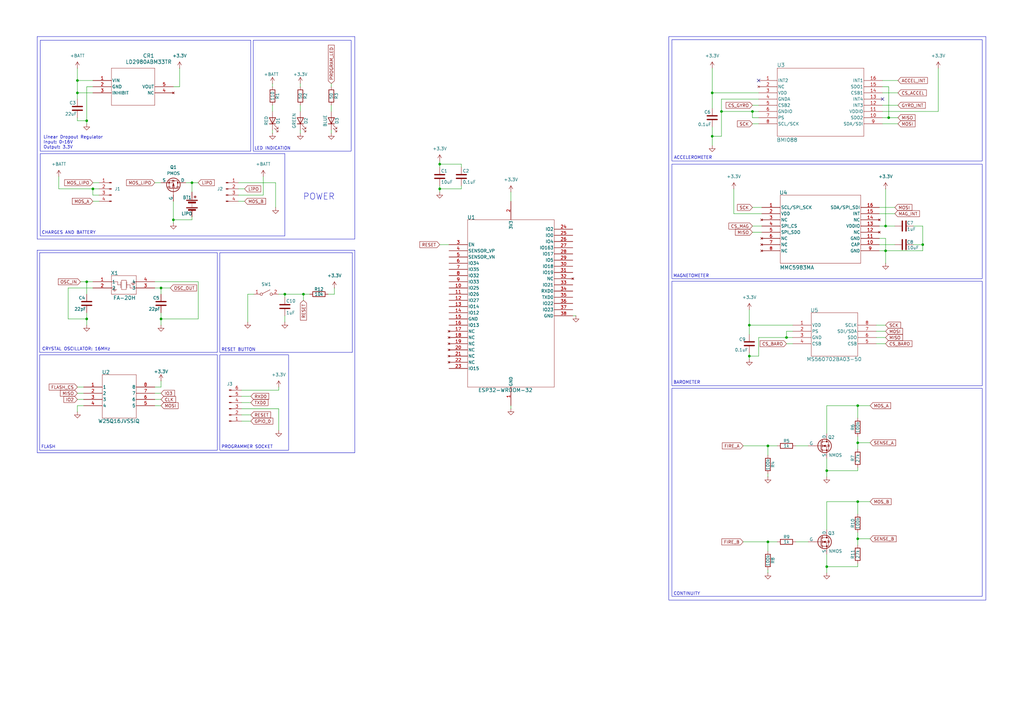
<source format=kicad_sch>
(kicad_sch (version 20250114) (generator "eeschema") (generator_version "9.0")
  (paper "A3")
  (lib_symbols
    (symbol "BMI088:BMI088" (pin_names (offset 0.254))
      (property "Reference" "U" (at 25.4 10.16 0))
      (property "Value" "BMI088" (at 25.4 7.62 0))
      (symbol "BMI088_0_1"
        (pin bidirectional line (at 0 0 0) (length 7.62) (name "INT2") (number "1"))
        (pin no_connect line (at 0 -2.54 0) (length 7.62) (name "NC") (number "2"))
        (pin power_in line (at 0 -5.08 0) (length 7.62) (name "VDD") (number "3"))
        (pin power_out line (at 0 -7.62 0) (length 7.62) (name "GNDA") (number "4"))
        (pin bidirectional line (at 0 -10.16 0) (length 7.62) (name "CSB2") (number "5"))
        (pin power_out line (at 0 -12.7 0) (length 7.62) (name "GNDIO") (number "6"))
        (pin unspecified line (at 0 -15.24 0) (length 7.62) (name "PS") (number "7"))
        (pin unspecified line (at 0 -17.78 0) (length 7.62) (name "SCL/SCK") (number "8"))
        (pin bidirectional line (at 50.8 0 180) (length 7.62) (name "INT1") (number "16"))
        (pin bidirectional line (at 50.8 -2.54 180) (length 7.62) (name "SDO1") (number "15"))
        (pin bidirectional line (at 50.8 -5.08 180) (length 7.62) (name "CSB1") (number "14"))
        (pin bidirectional line (at 50.8 -7.62 180) (length 7.62) (name "INT4") (number "13"))
        (pin bidirectional line (at 50.8 -10.16 180) (length 7.62) (name "INT3") (number "12"))
        (pin power_in line (at 50.8 -12.7 180) (length 7.62) (name "VDDIO") (number "11"))
        (pin bidirectional line (at 50.8 -15.24 180) (length 7.62) (name "SDO2") (number "10"))
        (pin unspecified line (at 50.8 -17.78 180) (length 7.62) (name "SDA/SDI") (number "9"))
      )
    )
    (symbol "Barometer:MS560702BA03-50" (pin_names (offset 0.254))
      (property "Reference" "U5" (at 0 15.24 0))
      (property "Value" "MS560702BA03-50" (at 0 12.7 0))
      (symbol "MS560702BA03-50_0_1"
        (pin power_in line (at -22.86 5.08 0) (length 7.62) (name "VDD") (number "1"))
        (pin input line (at -22.86 2.54 0) (length 7.62) (name "PS") (number "2"))
        (pin power_out line (at -22.86 0 0) (length 7.62) (name "GND") (number "3"))
        (pin input line (at -22.86 -2.54 0) (length 7.62) (name "CSB") (number "4"))
        (pin input line (at 11.43 5.08 180) (length 7.62) (name "SCLK") (number "8"))
        (pin bidirectional line (at 11.43 2.54 180) (length 7.62) (name "SDI/SDA") (number "7"))
        (pin output line (at 11.43 0 180) (length 7.62) (name "SDO") (number "6"))
        (pin input line (at 11.43 -2.54 180) (length 7.62) (name "CSB") (number "5"))
      )
    )
    (symbol "Connector:Conn_01x04_Pin" (pin_names (offset 1.016) (hide yes))
      (property "Reference" "J" (at 0 5.08 0))
      (property "Value" "Conn_01x04_Pin" (at 0 -7.62 0))
      (symbol "Conn_01x04_Pin_1_1"
        (pin passive line (at 5.08 2.54 180) (length 3.81) (name "Pin_1") (number "1"))
        (pin passive line (at 5.08 0 180) (length 3.81) (name "Pin_2") (number "2"))
        (pin passive line (at 5.08 -2.54 180) (length 3.81) (name "Pin_3") (number "3"))
        (pin passive line (at 5.08 -5.08 180) (length 3.81) (name "Pin_4") (number "4"))
      )
    )
    (symbol "Connector:Conn_01x06_Pin" (pin_names (offset 1.016) (hide yes))
      (property "Reference" "J" (at 0 7.62 0))
      (property "Value" "Conn_01x06_Pin" (at 0 -10.16 0))
      (symbol "Conn_01x06_Pin_1_1"
        (pin passive line (at 5.08 5.08 180) (length 3.81) (name "Pin_1") (number "1"))
        (pin passive line (at 5.08 2.54 180) (length 3.81) (name "Pin_2") (number "2"))
        (pin passive line (at 5.08 0 180) (length 3.81) (name "Pin_3") (number "3"))
        (pin passive line (at 5.08 -2.54 180) (length 3.81) (name "Pin_4") (number "4"))
        (pin passive line (at 5.08 -5.08 180) (length 3.81) (name "Pin_5") (number "5"))
        (pin passive line (at 5.08 -7.62 180) (length 3.81) (name "Pin_6") (number "6"))
      )
    )
    (symbol "Crystal:FA-20H_16.0000MF10Z-AJ0" (pin_names (offset 0.254))
      (property "Reference" "X" (at 12.7 7.62 0))
      (property "Value" "FA-20H 16.0000MF10Z-AJ0" (at 12.7 5.08 0))
      (symbol "FA-20H_16.0000MF10Z-AJ0_0_1"
        (pin unspecified line (at 0 0 0) (length 7.62) (name "1") (number "1"))
        (pin unspecified line (at 0 -2.54 0) (length 7.62) (name "2") (number "2"))
        (pin unspecified line (at 25.4 0 180) (length 7.62) (name "4") (number "4"))
        (pin unspecified line (at 25.4 -2.54 180) (length 7.62) (name "3") (number "3"))
      )
    )
    (symbol "Device:Battery" (pin_numbers (hide yes)) (pin_names (offset 0) (hide yes))
      (property "Reference" "BT" (at 2.54 2.54 0))
      (property "Value" "Battery" (at 2.54 0 0))
      (symbol "Battery_1_1"
        (pin passive line (at 0 5.08 270) (length 2.54) (name "+") (number "1"))
        (pin passive line (at 0 -5.08 90) (length 2.54) (name "-") (number "2"))
      )
    )
    (symbol "Device:C" (pin_numbers (hide yes)) (pin_names (offset 0.254))
      (property "Reference" "C" (at 0.635 2.54 0))
      (property "Value" "C" (at 0.635 -2.54 0))
      (symbol "C_1_1"
        (pin passive line (at 0 3.81 270) (length 2.794) (name "~") (number "1"))
        (pin passive line (at 0 -3.81 90) (length 2.794) (name "~") (number "2"))
      )
    )
    (symbol "Device:LED" (pin_numbers (hide yes)) (pin_names (offset 1.016) (hide yes))
      (property "Reference" "D" (at 0 2.54 0))
      (property "Value" "LED" (at 0 -2.54 0))
      (symbol "LED_1_1"
        (pin passive line (at -3.81 0 0) (length 2.54) (name "K") (number "1"))
        (pin passive line (at 3.81 0 180) (length 2.54) (name "A") (number "2"))
      )
    )
    (symbol "Device:R" (pin_numbers (hide yes)) (pin_names (offset 0))
      (property "Reference" "R" (at 2.032 0 90))
      (property "Value" "R" (at 0 0 90))
      (symbol "R_1_1"
        (pin passive line (at 0 3.81 270) (length 1.27) (name "~") (number "1"))
        (pin passive line (at 0 -3.81 90) (length 1.27) (name "~") (number "2"))
      )
    )
    (symbol "ESP332:ESP32-WROOM-32UE-N16" (pin_names (offset 0.254))
      (property "Reference" "U1" (at 9.144 6.096 0))
      (property "Value" "ESP32-WROOM-32UE-N16" (at 23.114 -64.77 0))
      (symbol "ESP32-WROOM-32UE-N16_0_1"
        (pin input line (at 0 -5.08 0) (length 7.62) (name "EN") (number "3"))
        (pin input line (at 0 -7.62 0) (length 7.62) (name "SENSOR_VP") (number "4"))
        (pin input line (at 0 -10.16 0) (length 7.62) (name "SENSOR_VN") (number "5"))
        (pin bidirectional line (at 0 -12.7 0) (length 7.62) (name "IO34") (number "6"))
        (pin bidirectional line (at 0 -15.24 0) (length 7.62) (name "IO35") (number "7"))
        (pin bidirectional line (at 0 -17.78 0) (length 7.62) (name "IO32") (number "8"))
        (pin bidirectional line (at 0 -20.32 0) (length 7.62) (name "IO33") (number "9"))
        (pin bidirectional line (at 0 -22.86 0) (length 7.62) (name "IO25") (number "10"))
        (pin bidirectional line (at 0 -25.4 0) (length 7.62) (name "IO26") (number "11"))
        (pin bidirectional line (at 0 -27.94 0) (length 7.62) (name "IO27") (number "12"))
        (pin bidirectional line (at 0 -30.48 0) (length 7.62) (name "IO14") (number "13"))
        (pin bidirectional line (at 0 -33.02 0) (length 7.62) (name "IO12") (number "14"))
        (pin power_out line (at 0 -35.56 0) (length 7.62) (name "GND") (number "15"))
        (pin bidirectional line (at 0 -38.1 0) (length 7.62) (name "IO13") (number "16"))
        (pin no_connect line (at 0 -40.64 0) (length 7.62) (name "NC") (number "17"))
        (pin no_connect line (at 0 -43.18 0) (length 7.62) (name "NC") (number "18"))
        (pin no_connect line (at 0 -45.72 0) (length 7.62) (name "NC") (number "19"))
        (pin no_connect line (at 0 -48.26 0) (length 7.62) (name "NC") (number "20"))
        (pin no_connect line (at 0 -50.8 0) (length 7.62) (name "NC") (number "21"))
        (pin no_connect line (at 0 -53.34 0) (length 7.62) (name "NC") (number "22"))
        (pin bidirectional line (at 0 -55.88 0) (length 7.62) (name "IO15") (number "23"))
        (pin power_in line (at 25.4 12.7 270) (length 7.62) (name "3V3") (number "2"))
        (pin power_out line (at 25.4 -71.12 90) (length 7.62) (name "GND") (number "1"))
        (pin bidirectional line (at 50.8 1.27 180) (length 7.62) (name "IO2") (number "24"))
        (pin bidirectional line (at 50.8 -1.27 180) (length 7.62) (name "IO0") (number "25"))
        (pin bidirectional line (at 50.8 -3.81 180) (length 7.62) (name "IO4") (number "26"))
        (pin bidirectional line (at 50.8 -6.35 180) (length 7.62) (name "IO163") (number "27"))
        (pin bidirectional line (at 50.8 -8.89 180) (length 7.62) (name "IO17") (number "28"))
        (pin bidirectional line (at 50.8 -11.43 180) (length 7.62) (name "IO5") (number "29"))
        (pin bidirectional line (at 50.8 -13.97 180) (length 7.62) (name "IO18") (number "30"))
        (pin bidirectional line (at 50.8 -16.51 180) (length 7.62) (name "IO19") (number "31"))
        (pin no_connect line (at 50.8 -19.05 180) (length 7.62) (name "NC") (number "32"))
        (pin bidirectional line (at 50.8 -21.59 180) (length 7.62) (name "IO21") (number "33"))
        (pin bidirectional line (at 50.8 -24.13 180) (length 7.62) (name "RXD0") (number "34"))
        (pin bidirectional line (at 50.8 -26.67 180) (length 7.62) (name "TXD0") (number "35"))
        (pin bidirectional line (at 50.8 -29.21 180) (length 7.62) (name "IO22") (number "36"))
        (pin bidirectional line (at 50.8 -31.75 180) (length 7.62) (name "IO23") (number "37"))
        (pin power_out line (at 50.8 -34.29 180) (length 7.62) (name "GND") (number "38"))
      )
    )
    (symbol "Flash:W25Q16JVSSIQ" (pin_names (offset 0.254))
      (property "Reference" "U2" (at 9.144 6.096 0))
      (property "Value" "W25Q16JVSSIQ" (at 14.478 -13.97 0))
      (symbol "W25Q16JVSSIQ_0_1"
        (pin unspecified line (at 0 0 0) (length 7.62) (name "1") (number "1"))
        (pin unspecified line (at 0 -2.54 0) (length 7.62) (name "2") (number "2"))
        (pin unspecified line (at 0 -5.08 0) (length 7.62) (name "3") (number "3"))
        (pin unspecified line (at 0 -7.62 0) (length 7.62) (name "4") (number "4"))
        (pin unspecified line (at 29.21 0 180) (length 7.62) (name "8") (number "8"))
        (pin unspecified line (at 29.21 -2.54 180) (length 7.62) (name "7") (number "7"))
        (pin unspecified line (at 29.21 -5.08 180) (length 7.62) (name "6") (number "6"))
        (pin unspecified line (at 29.21 -7.62 180) (length 7.62) (name "5") (number "5"))
      )
    )
    (symbol "LDOs:LD2980ABM33TR" (pin_names (offset 0.254))
      (property "Reference" "CR1" (at 22.86 10.16 0))
      (property "Value" "LD2980ABM33TR" (at 22.86 7.62 0))
      (symbol "LD2980ABM33TR_0_1"
        (pin input line (at 0 0 0) (length 7.62) (name "VIN") (number "1"))
        (pin power_out line (at 0 -2.54 0) (length 7.62) (name "GND") (number "2"))
        (pin unspecified line (at 0 -5.08 0) (length 7.62) (name "INHIBIT") (number "3"))
        (pin output line (at 33.02 -2.54 180) (length 7.62) (name "VOUT") (number "5"))
        (pin no_connect line (at 33.02 -5.08 180) (length 7.62) (name "NC") (number "4"))
      )
    )
    (symbol "MMC5983MA:MMC5983MA" (pin_names (offset 0.254))
      (property "Reference" "U4" (at 35.56 10.16 0))
      (property "Value" "MMC5983MA" (at 35.56 7.62 0))
      (symbol "MMC5983MA_0_1"
        (pin input line (at 0 0 0) (length 7.62) (name "SCL/SPI_SCK") (number "1"))
        (pin power_in line (at 0 -2.54 0) (length 7.62) (name "VDD") (number "2"))
        (pin no_connect line (at 0 -5.08 0) (length 7.62) (name "NC") (number "3"))
        (pin input line (at 0 -7.62 0) (length 7.62) (name "SPI_CS") (number "4"))
        (pin output line (at 0 -10.16 0) (length 7.62) (name "SPI_SDO") (number "5"))
        (pin no_connect line (at 0 -12.7 0) (length 7.62) (name "NC") (number "6"))
        (pin no_connect line (at 0 -15.24 0) (length 7.62) (name "NC") (number "7"))
        (pin no_connect line (at 0 -17.78 0) (length 7.62) (name "NC") (number "8"))
        (pin bidirectional line (at 48.26 0 180) (length 7.62) (name "SDA/SPI_SDI") (number "16"))
        (pin output line (at 48.26 -2.54 180) (length 7.62) (name "INT") (number "15"))
        (pin no_connect line (at 48.26 -5.08 180) (length 7.62) (name "NC") (number "14"))
        (pin power_in line (at 48.26 -7.62 180) (length 7.62) (name "VDDIO") (number "13"))
        (pin no_connect line (at 48.26 -10.16 180) (length 7.62) (name "NC") (number "12"))
        (pin power_out line (at 48.26 -12.7 180) (length 7.62) (name "GND") (number "11"))
        (pin power_in line (at 48.26 -15.24 180) (length 7.62) (name "CAP") (number "10"))
        (pin power_out line (at 48.26 -17.78 180) (length 7.62) (name "GND") (number "9"))
      )
    )
    (symbol "Simulation_SPICE:NMOS" (pin_numbers (hide yes)) (pin_names (offset 0))
      (property "Reference" "Q" (at 5.08 1.27 0))
      (property "Value" "NMOS" (at 5.08 -1.27 0))
      (symbol "NMOS_1_1"
        (pin input line (at -5.08 0 0) (length 2.54) (name "G") (number "2"))
        (pin passive line (at 2.54 5.08 270) (length 2.54) (name "D") (number "1"))
        (pin passive line (at 2.54 -5.08 90) (length 2.54) (name "S") (number "3"))
      )
    )
    (symbol "Simulation_SPICE:PMOS" (pin_numbers (hide yes)) (pin_names (offset 0))
      (property "Reference" "Q" (at 5.08 1.27 0))
      (property "Value" "PMOS" (at 5.08 -1.27 0))
      (symbol "PMOS_1_1"
        (pin input line (at -5.08 0 0) (length 2.54) (name "G") (number "2"))
        (pin passive line (at 2.54 5.08 270) (length 2.54) (name "D") (number "1"))
        (pin passive line (at 2.54 -5.08 90) (length 2.54) (name "S") (number "3"))
      )
    )
    (symbol "Switch:SW_SPST" (pin_names (offset 0) (hide yes))
      (property "Reference" "SW" (at 0 3.175 0))
      (property "Value" "SW_SPST" (at 0 -2.54 0))
      (symbol "SW_SPST_1_1"
        (pin passive line (at -5.08 0 0) (length 2.54) (name "A") (number "1"))
        (pin passive line (at 5.08 0 180) (length 2.54) (name "B") (number "2"))
      )
    )
    (symbol "power:+3.3V" (power) (pin_numbers (hide yes)) (pin_names (offset 0) (hide yes))
      (property "Value" "+3.3V" (at 0 3.556 0))
      (symbol "+3.3V_1_1"
        (pin power_in line (at 0 0 90) (length 0) (name "~") (number "1"))
      )
    )
    (symbol "power:+BATT" (power) (pin_numbers (hide yes)) (pin_names (offset 0) (hide yes))
      (property "Value" "+BATT" (at 0 3.556 0))
      (symbol "+BATT_1_1"
        (pin power_in line (at 0 0 90) (length 0) (name "~") (number "1"))
      )
    )
    (symbol "power:GND" (power) (pin_numbers (hide yes)) (pin_names (offset 0) (hide yes))
      (property "Value" "GND" (at 0 -3.81 0))
      (symbol "GND_1_1"
        (pin power_in line (at 0 0 270) (length 0) (name "~") (number "1"))
      )
    )
  )
  (rectangle (start 90.17 145.542) (end 118.364 184.658))
  (rectangle (start 275.59 16.256) (end 402.844 66.04))
  (rectangle (start 274.32 14.986) (end 404.368 246.126))
  (rectangle (start 103.886 16.51) (end 144.018 61.976))
  (rectangle (start 16.256 103.632) (end 89.154 144.526))
  (rectangle (start 275.59 67.31) (end 402.844 114.3))
  (rectangle (start 15.24 102.616) (end 145.542 185.674))
  (rectangle (start 16.51 16.51) (end 102.87 61.976))
  (rectangle (start 16.51 62.992) (end 116.84 96.774))
  (rectangle (start 275.59 115.316) (end 402.844 158.242))
  (rectangle (start 15.24 14.986) (end 145.542 98.044))
  (rectangle (start 275.59 159.258) (end 402.844 244.602))
  (rectangle (start 90.17 103.632) (end 144.526 144.526))
  (rectangle (start 16.256 145.542) (end 89.154 184.658))
  (text "BAROMETER" (at 281.686 156.972 0) (effects (font (size 1.27 1.27))))
  (text "LED INDICATION\n" (at 111.76 60.96 0) (effects (font (size 1.27 1.27))))
  (text "PROGRAMMER SOCKET\n" (at 101.346 183.388 0) (effects (font (size 1.27 1.27))))
  (text "ACCELEROMETER\n" (at 284.226 64.77 0) (effects (font (size 1.27 1.27))))
  (text "Linear Dropout Regulator\nInput: 0~16V\nOutput: 3.3V\n" (at 17.78 58.42 0) (effects (font (size 1.27 1.27)) (justify left)))
  (text "FLASH" (at 19.812 183.388 0) (effects (font (size 1.27 1.27))))
  (text "CRYSTAL OSCILLATOR: 16MHz" (at 31.242 143.256 0) (effects (font (size 1.27 1.27))))
  (text "POWER" (at 130.81 80.772 0) (effects (font (size 2.54 2.54))))
  (text "RESET BUTTON" (at 97.79 143.51 0) (effects (font (size 1.27 1.27))))
  (text "CONTINUITY" (at 281.686 243.586 0) (effects (font (size 1.27 1.27))))
  (text "CHARGES AND BATTERY" (at 28.194 95.504 0) (effects (font (size 1.27 1.27))))
  (text "MAGNETOMETER\n" (at 283.464 113.284 0) (effects (font (size 1.27 1.27))))
  (junction (at 351.79 220.98))
  (junction (at 363.22 92.71))
  (junction (at 180.34 77.47))
  (junction (at 351.79 205.74))
  (junction (at 124.46 120.65))
  (junction (at 295.91 45.72))
  (junction (at 314.96 182.88))
  (junction (at 116.84 120.65))
  (junction (at 31.75 33.02))
  (junction (at 308.61 45.72))
  (junction (at 78.74 74.93))
  (junction (at 351.79 181.61))
  (junction (at 378.46 100.33))
  (junction (at 363.22 102.87))
  (junction (at 292.1 38.1))
  (junction (at 339.09 193.04))
  (junction (at 71.12 90.17))
  (junction (at 351.79 166.37))
  (junction (at 314.96 222.25))
  (junction (at 307.34 146.05))
  (junction (at 292.1 55.88))
  (junction (at 66.04 130.81))
  (junction (at 35.56 130.81))
  (junction (at 339.09 232.41))
  (junction (at 180.34 67.31))
  (junction (at 322.58 138.43))
  (junction (at 66.04 118.11))
  (junction (at 35.56 49.53))
  (junction (at 31.75 38.1))
  (junction (at 38.1 77.47))
  (junction (at 364.49 48.26))
  (junction (at 35.56 115.57))
  (junction (at 307.34 133.35))
  (no_connect (at 361.95 40.64))
  (no_connect (at 311.15 33.02))
  (wire (pts (xy 351.79 220.98) (xy 356.87 220.98)))
  (wire (pts (xy 189.23 68.58) (xy 189.23 67.31)))
  (wire (pts (xy 361.95 33.02) (xy 368.3 33.02)))
  (wire (pts (xy 71.12 90.17) (xy 78.74 90.17)))
  (wire (pts (xy 38.1 35.56) (xy 35.56 35.56)))
  (wire (pts (xy 322.58 135.89) (xy 322.58 138.43)))
  (wire (pts (xy 360.68 102.87) (xy 363.22 102.87)))
  (wire (pts (xy 189.23 76.2) (xy 189.23 77.47)))
  (wire (pts (xy 35.56 115.57) (xy 38.1 115.57)))
  (wire (pts (xy 31.75 27.94) (xy 31.75 33.02)))
  (wire (pts (xy 351.79 231.14) (xy 351.79 232.41)))
  (wire (pts (xy 124.46 120.65) (xy 124.46 123.19)))
  (wire (pts (xy 363.22 92.71) (xy 367.03 92.71)))
  (wire (pts (xy 31.75 38.1) (xy 31.75 40.64)))
  (wire (pts (xy 351.79 205.74) (xy 356.87 205.74)))
  (wire (pts (xy 99.06 160.02) (xy 114.3 160.02)))
  (wire (pts (xy 114.3 167.64) (xy 114.3 176.53)))
  (wire (pts (xy 111.76 43.18) (xy 111.76 45.72)))
  (wire (pts (xy 295.91 45.72) (xy 308.61 45.72)))
  (wire (pts (xy 78.74 74.93) (xy 81.28 74.93)))
  (wire (pts (xy 99.06 172.72) (xy 102.87 172.72)))
  (wire (pts (xy 27.94 130.81) (xy 35.56 130.81)))
  (wire (pts (xy 326.39 182.88) (xy 331.47 182.88)))
  (wire (pts (xy 97.79 74.93) (xy 113.03 74.93)))
  (wire (pts (xy 63.5 118.11) (xy 66.04 118.11)))
  (wire (pts (xy 360.68 100.33) (xy 367.03 100.33)))
  (wire (pts (xy 71.12 82.55) (xy 71.12 90.17)))
  (wire (pts (xy 123.19 34.29) (xy 123.19 35.56)))
  (wire (pts (xy 378.46 102.87) (xy 378.46 100.33)))
  (wire (pts (xy 360.68 85.09) (xy 367.03 85.09)))
  (wire (pts (xy 73.66 27.94) (xy 73.66 35.56)))
  (wire (pts (xy 351.79 181.61) (xy 351.79 184.15)))
  (wire (pts (xy 361.95 43.18) (xy 368.3 43.18)))
  (wire (pts (xy 308.61 85.09) (xy 312.42 85.09)))
  (wire (pts (xy 304.8 182.88) (xy 314.96 182.88)))
  (wire (pts (xy 81.28 115.57) (xy 81.28 130.81)))
  (wire (pts (xy 326.39 222.25) (xy 331.47 222.25)))
  (wire (pts (xy 104.14 120.65) (xy 101.6 120.65)))
  (wire (pts (xy 308.61 92.71) (xy 312.42 92.71)))
  (wire (pts (xy 295.91 55.88) (xy 292.1 55.88)))
  (wire (pts (xy 339.09 177.8) (xy 339.09 166.37)))
  (wire (pts (xy 311.15 138.43) (xy 311.15 146.05)))
  (wire (pts (xy 99.06 167.64) (xy 114.3 167.64)))
  (wire (pts (xy 137.16 120.65) (xy 137.16 118.11)))
  (wire (pts (xy 364.49 35.56) (xy 364.49 48.26)))
  (wire (pts (xy 339.09 166.37) (xy 351.79 166.37)))
  (wire (pts (xy 308.61 45.72) (xy 311.15 45.72)))
  (wire (pts (xy 123.19 53.34) (xy 123.19 54.61)))
  (wire (pts (xy 314.96 182.88) (xy 318.77 182.88)))
  (wire (pts (xy 33.02 115.57) (xy 35.56 115.57)))
  (wire (pts (xy 308.61 43.18) (xy 311.15 43.18)))
  (wire (pts (xy 38.1 77.47) (xy 40.64 77.47)))
  (wire (pts (xy 308.61 50.8) (xy 311.15 50.8)))
  (wire (pts (xy 97.79 77.47) (xy 100.33 77.47)))
  (wire (pts (xy 363.22 102.87) (xy 378.46 102.87)))
  (wire (pts (xy 99.06 170.18) (xy 102.87 170.18)))
  (wire (pts (xy 351.79 179.07) (xy 351.79 181.61)))
  (wire (pts (xy 31.75 48.26) (xy 31.75 49.53)))
  (wire (pts (xy 31.75 49.53) (xy 35.56 49.53)))
  (wire (pts (xy 314.96 222.25) (xy 314.96 226.06)))
  (wire (pts (xy 308.61 95.25) (xy 312.42 95.25)))
  (wire (pts (xy 66.04 118.11) (xy 66.04 120.65)))
  (wire (pts (xy 339.09 227.33) (xy 339.09 232.41)))
  (wire (pts (xy 359.41 140.97) (xy 363.22 140.97)))
  (wire (pts (xy 311.15 48.26) (xy 308.61 48.26)))
  (wire (pts (xy 339.09 205.74) (xy 351.79 205.74)))
  (wire (pts (xy 361.95 38.1) (xy 368.3 38.1)))
  (wire (pts (xy 35.56 35.56) (xy 35.56 49.53)))
  (wire (pts (xy 339.09 232.41) (xy 339.09 234.95)))
  (wire (pts (xy 38.1 118.11) (xy 27.94 118.11)))
  (wire (pts (xy 66.04 118.11) (xy 69.85 118.11)))
  (wire (pts (xy 311.15 40.64) (xy 295.91 40.64)))
  (wire (pts (xy 180.34 67.31) (xy 180.34 68.58)))
  (wire (pts (xy 114.3 120.65) (xy 116.84 120.65)))
  (wire (pts (xy 114.3 160.02) (xy 114.3 158.75)))
  (wire (pts (xy 66.04 128.27) (xy 66.04 130.81)))
  (wire (pts (xy 66.04 156.21) (xy 66.04 158.75)))
  (wire (pts (xy 307.34 147.32) (xy 307.34 146.05)))
  (wire (pts (xy 363.22 92.71) (xy 360.68 92.71)))
  (wire (pts (xy 300.99 77.47) (xy 300.99 87.63)))
  (wire (pts (xy 363.22 97.79) (xy 363.22 102.87)))
  (wire (pts (xy 384.81 45.72) (xy 361.95 45.72)))
  (wire (pts (xy 71.12 35.56) (xy 73.66 35.56)))
  (wire (pts (xy 180.34 66.04) (xy 180.34 67.31)))
  (wire (pts (xy 359.41 135.89) (xy 363.22 135.89)))
  (wire (pts (xy 322.58 140.97) (xy 325.12 140.97)))
  (wire (pts (xy 292.1 27.94) (xy 292.1 38.1)))
  (wire (pts (xy 378.46 92.71) (xy 378.46 100.33)))
  (wire (pts (xy 292.1 38.1) (xy 292.1 44.45)))
  (wire (pts (xy 111.76 34.29) (xy 111.76 35.56)))
  (wire (pts (xy 307.34 144.78) (xy 307.34 146.05)))
  (wire (pts (xy 351.79 191.77) (xy 351.79 193.04)))
  (wire (pts (xy 24.13 72.39) (xy 24.13 77.47)))
  (wire (pts (xy 24.13 77.47) (xy 38.1 77.47)))
  (wire (pts (xy 78.74 88.9) (xy 78.74 90.17)))
  (wire (pts (xy 40.64 80.01) (xy 38.1 80.01)))
  (wire (pts (xy 63.5 158.75) (xy 66.04 158.75)))
  (wire (pts (xy 97.79 82.55) (xy 100.33 82.55)))
  (wire (pts (xy 63.5 163.83) (xy 66.04 163.83)))
  (wire (pts (xy 180.34 100.33) (xy 184.15 100.33)))
  (wire (pts (xy 78.74 74.93) (xy 78.74 78.74)))
  (wire (pts (xy 364.49 48.26) (xy 368.3 48.26)))
  (wire (pts (xy 314.96 182.88) (xy 314.96 186.69)))
  (wire (pts (xy 35.56 130.81) (xy 35.56 133.35)))
  (wire (pts (xy 292.1 55.88) (xy 292.1 59.69)))
  (wire (pts (xy 308.61 45.72) (xy 308.61 48.26)))
  (wire (pts (xy 374.65 100.33) (xy 378.46 100.33)))
  (wire (pts (xy 63.5 166.37) (xy 66.04 166.37)))
  (wire (pts (xy 31.75 33.02) (xy 38.1 33.02)))
  (wire (pts (xy 325.12 135.89) (xy 322.58 135.89)))
  (wire (pts (xy 97.79 80.01) (xy 107.95 80.01)))
  (wire (pts (xy 31.75 33.02) (xy 31.75 38.1)))
  (wire (pts (xy 99.06 162.56) (xy 102.87 162.56)))
  (wire (pts (xy 363.22 102.87) (xy 363.22 107.95)))
  (wire (pts (xy 300.99 87.63) (xy 312.42 87.63)))
  (wire (pts (xy 31.75 161.29) (xy 34.29 161.29)))
  (wire (pts (xy 351.79 220.98) (xy 351.79 223.52)))
  (wire (pts (xy 31.75 158.75) (xy 34.29 158.75)))
  (wire (pts (xy 339.09 217.17) (xy 339.09 205.74)))
  (wire (pts (xy 361.95 50.8) (xy 368.3 50.8)))
  (wire (pts (xy 351.79 205.74) (xy 351.79 210.82)))
  (wire (pts (xy 384.81 27.94) (xy 384.81 45.72)))
  (wire (pts (xy 359.41 133.35) (xy 363.22 133.35)))
  (wire (pts (xy 135.89 43.18) (xy 135.89 45.72)))
  (wire (pts (xy 314.96 222.25) (xy 318.77 222.25)))
  (wire (pts (xy 135.89 53.34) (xy 135.89 54.61)))
  (wire (pts (xy 63.5 115.57) (xy 81.28 115.57)))
  (wire (pts (xy 63.5 161.29) (xy 66.04 161.29)))
  (wire (pts (xy 359.41 138.43) (xy 363.22 138.43)))
  (wire (pts (xy 339.09 193.04) (xy 351.79 193.04)))
  (wire (pts (xy 35.56 115.57) (xy 35.56 120.65)))
  (wire (pts (xy 307.34 133.35) (xy 307.34 137.16)))
  (wire (pts (xy 76.2 74.93) (xy 78.74 74.93)))
  (wire (pts (xy 351.79 181.61) (xy 356.87 181.61)))
  (wire (pts (xy 35.56 49.53) (xy 35.56 50.8)))
  (wire (pts (xy 304.8 222.25) (xy 314.96 222.25)))
  (wire (pts (xy 322.58 138.43) (xy 311.15 138.43)))
  (wire (pts (xy 209.55 166.37) (xy 209.55 167.64)))
  (wire (pts (xy 116.84 129.54) (xy 116.84 132.08)))
  (wire (pts (xy 209.55 78.74) (xy 209.55 82.55)))
  (wire (pts (xy 292.1 38.1) (xy 311.15 38.1)))
  (wire (pts (xy 351.79 166.37) (xy 356.87 166.37)))
  (wire (pts (xy 180.34 77.47) (xy 189.23 77.47)))
  (wire (pts (xy 180.34 76.2) (xy 180.34 77.47)))
  (wire (pts (xy 361.95 35.56) (xy 364.49 35.56)))
  (wire (pts (xy 99.06 165.1) (xy 102.87 165.1)))
  (wire (pts (xy 116.84 120.65) (xy 124.46 120.65)))
  (wire (pts (xy 38.1 77.47) (xy 38.1 80.01)))
  (wire (pts (xy 307.34 127) (xy 307.34 133.35)))
  (wire (pts (xy 339.09 193.04) (xy 339.09 195.58)))
  (wire (pts (xy 34.29 166.37) (xy 31.75 166.37)))
  (wire (pts (xy 113.03 74.93) (xy 113.03 85.09)))
  (wire (pts (xy 38.1 74.93) (xy 40.64 74.93)))
  (wire (pts (xy 295.91 45.72) (xy 295.91 55.88)))
  (wire (pts (xy 31.75 163.83) (xy 34.29 163.83)))
  (wire (pts (xy 124.46 120.65) (xy 127 120.65)))
  (wire (pts (xy 314.96 194.31) (xy 314.96 195.58)))
  (wire (pts (xy 81.28 130.81) (xy 66.04 130.81)))
  (wire (pts (xy 311.15 146.05) (xy 307.34 146.05)))
  (wire (pts (xy 322.58 138.43) (xy 325.12 138.43)))
  (wire (pts (xy 116.84 120.65) (xy 116.84 121.92)))
  (wire (pts (xy 134.62 120.65) (xy 137.16 120.65)))
  (wire (pts (xy 35.56 128.27) (xy 35.56 130.81)))
  (wire (pts (xy 38.1 38.1) (xy 31.75 38.1)))
  (wire (pts (xy 351.79 218.44) (xy 351.79 220.98)))
  (wire (pts (xy 180.34 77.47) (xy 180.34 78.74)))
  (wire (pts (xy 71.12 90.17) (xy 71.12 91.44)))
  (wire (pts (xy 63.5 74.93) (xy 66.04 74.93)))
  (wire (pts (xy 374.65 92.71) (xy 378.46 92.71)))
  (wire (pts (xy 339.09 187.96) (xy 339.09 193.04)))
  (wire (pts (xy 314.96 233.68) (xy 314.96 234.95)))
  (wire (pts (xy 295.91 40.64) (xy 295.91 45.72)))
  (wire (pts (xy 31.75 166.37) (xy 31.75 168.91)))
  (wire (pts (xy 363.22 77.47) (xy 363.22 92.71)))
  (wire (pts (xy 180.34 67.31) (xy 189.23 67.31)))
  (wire (pts (xy 360.68 87.63) (xy 367.03 87.63)))
  (wire (pts (xy 292.1 52.07) (xy 292.1 55.88)))
  (wire (pts (xy 38.1 82.55) (xy 40.64 82.55)))
  (wire (pts (xy 123.19 43.18) (xy 123.19 45.72)))
  (wire (pts (xy 360.68 97.79) (xy 363.22 97.79)))
  (wire (pts (xy 234.95 129.54) (xy 236.22 129.54)))
  (wire (pts (xy 339.09 232.41) (xy 351.79 232.41)))
  (wire (pts (xy 107.95 72.39) (xy 107.95 80.01)))
  (wire (pts (xy 361.95 48.26) (xy 364.49 48.26)))
  (wire (pts (xy 351.79 166.37) (xy 351.79 171.45)))
  (wire (pts (xy 101.6 120.65) (xy 101.6 132.08)))
  (wire (pts (xy 135.89 34.29) (xy 135.89 35.56)))
  (wire (pts (xy 111.76 53.34) (xy 111.76 54.61)))
  (wire (pts (xy 66.04 130.81) (xy 66.04 133.35)))
  (wire (pts (xy 307.34 133.35) (xy 325.12 133.35)))
  (wire (pts (xy 27.94 118.11) (xy 27.94 130.81)))
  (global_label "CS_BARO" (shape input) (at 322.58 140.97 180) (property "Intersheetrefs" "${INTERSHEET_REFS}" (effects (hide yes))))
  (global_label "MOSI" (shape input) (at 66.04 166.37 0) (property "Intersheetrefs" "${INTERSHEET_REFS}" (effects (hide yes))))
  (global_label "FIRE_A" (shape input) (at 304.8 182.88 180) (property "Intersheetrefs" "${INTERSHEET_REFS}" (effects (hide yes))))
  (global_label "MOS_LIPO" (shape input) (at 63.5 74.93 180) (property "Intersheetrefs" "${INTERSHEET_REFS}" (effects (hide yes))))
  (global_label "TXD0" (shape input) (at 102.87 165.1 0) (property "Intersheetrefs" "${INTERSHEET_REFS}" (effects (hide yes))))
  (global_label "MISO" (shape input) (at 363.22 138.43 0) (property "Intersheetrefs" "${INTERSHEET_REFS}" (effects (hide yes))))
  (global_label "MOS_B" (shape input) (at 100.33 82.55 0) (property "Intersheetrefs" "${INTERSHEET_REFS}" (effects (hide yes))))
  (global_label "OSC_OUT" (shape input) (at 69.85 118.11 0) (property "Intersheetrefs" "${INTERSHEET_REFS}" (effects (hide yes))))
  (global_label "RESET" (shape input) (at 102.87 170.18 0) (property "Intersheetrefs" "${INTERSHEET_REFS}" (effects (hide yes))))
  (global_label "CS_MAG" (shape input) (at 308.61 92.71 180) (property "Intersheetrefs" "${INTERSHEET_REFS}" (effects (hide yes))))
  (global_label "MOS_A" (shape input) (at 38.1 82.55 180) (property "Intersheetrefs" "${INTERSHEET_REFS}" (effects (hide yes))))
  (global_label "IO2" (shape input) (at 31.75 163.83 180) (property "Intersheetrefs" "${INTERSHEET_REFS}" (effects (hide yes))))
  (global_label "MISO" (shape input) (at 31.75 161.29 180) (property "Intersheetrefs" "${INTERSHEET_REFS}" (effects (hide yes))))
  (global_label "MOSI" (shape input) (at 368.3 50.8 0) (property "Intersheetrefs" "${INTERSHEET_REFS}" (effects (hide yes))))
  (global_label "RXD0" (shape input) (at 102.87 162.56 0) (property "Intersheetrefs" "${INTERSHEET_REFS}" (effects (hide yes))))
  (global_label "GPIO_0" (shape input) (at 102.87 172.72 0) (property "Intersheetrefs" "${INTERSHEET_REFS}" (effects (hide yes))))
  (global_label "SCK" (shape input) (at 363.22 133.35 0) (property "Intersheetrefs" "${INTERSHEET_REFS}" (effects (hide yes))))
  (global_label "MOS_LIPO" (shape input) (at 38.1 74.93 180) (property "Intersheetrefs" "${INTERSHEET_REFS}" (effects (hide yes))))
  (global_label "SCK" (shape input) (at 308.61 50.8 180) (property "Intersheetrefs" "${INTERSHEET_REFS}" (effects (hide yes))))
  (global_label "PROGRAM_LED" (shape input) (at 135.89 34.29 90) (property "Intersheetrefs" "${INTERSHEET_REFS}" (effects (hide yes))))
  (global_label "MOSI" (shape input) (at 363.22 135.89 0) (property "Intersheetrefs" "${INTERSHEET_REFS}" (effects (hide yes))))
  (global_label "CS_ACCEL" (shape input) (at 368.3 38.1 0) (property "Intersheetrefs" "${INTERSHEET_REFS}" (effects (hide yes))))
  (global_label "RESET" (shape input) (at 124.46 123.19 270) (property "Intersheetrefs" "${INTERSHEET_REFS}" (effects (hide yes))))
  (global_label "MISO" (shape input) (at 308.61 95.25 180) (property "Intersheetrefs" "${INTERSHEET_REFS}" (effects (hide yes))))
  (global_label "CLK" (shape input) (at 66.04 163.83 0) (property "Intersheetrefs" "${INTERSHEET_REFS}" (effects (hide yes))))
  (global_label "SENSE_B" (shape input) (at 356.87 220.98 0) (property "Intersheetrefs" "${INTERSHEET_REFS}" (effects (hide yes))))
  (global_label "OSC_IN" (shape input) (at 33.02 115.57 180) (property "Intersheetrefs" "${INTERSHEET_REFS}" (effects (hide yes))))
  (global_label "ACCEL_INT" (shape input) (at 368.3 33.02 0) (property "Intersheetrefs" "${INTERSHEET_REFS}" (effects (hide yes))))
  (global_label "GYRO_INT" (shape input) (at 368.3 43.18 0) (property "Intersheetrefs" "${INTERSHEET_REFS}" (effects (hide yes))))
  (global_label "SENSE_A" (shape input) (at 356.87 181.61 0) (property "Intersheetrefs" "${INTERSHEET_REFS}" (effects (hide yes))))
  (global_label "IO3" (shape input) (at 66.04 161.29 0) (property "Intersheetrefs" "${INTERSHEET_REFS}" (effects (hide yes))))
  (global_label "MOS_A" (shape input) (at 356.87 166.37 0) (property "Intersheetrefs" "${INTERSHEET_REFS}" (effects (hide yes))))
  (global_label "MAG_INT" (shape input) (at 367.03 87.63 0) (property "Intersheetrefs" "${INTERSHEET_REFS}" (effects (hide yes))))
  (global_label "MOS_B" (shape input) (at 356.87 205.74 0) (property "Intersheetrefs" "${INTERSHEET_REFS}" (effects (hide yes))))
  (global_label "FIRE_B" (shape input) (at 304.8 222.25 180) (property "Intersheetrefs" "${INTERSHEET_REFS}" (effects (hide yes))))
  (global_label "FLASH_CS" (shape input) (at 31.75 158.75 180) (property "Intersheetrefs" "${INTERSHEET_REFS}" (effects (hide yes))))
  (global_label "LiPO" (shape input) (at 100.33 77.47 0) (property "Intersheetrefs" "${INTERSHEET_REFS}" (effects (hide yes))))
  (global_label "RESET" (shape input) (at 180.34 100.33 180) (property "Intersheetrefs" "${INTERSHEET_REFS}" (effects (hide yes))))
  (global_label "CS_GYRO" (shape input) (at 308.61 43.18 180) (property "Intersheetrefs" "${INTERSHEET_REFS}" (effects (hide yes))))
  (global_label "SCK" (shape input) (at 308.61 85.09 180) (property "Intersheetrefs" "${INTERSHEET_REFS}" (effects (hide yes))))
  (global_label "MOSI" (shape input) (at 367.03 85.09 0) (property "Intersheetrefs" "${INTERSHEET_REFS}" (effects (hide yes))))
  (global_label "LiPO" (shape input) (at 81.28 74.93 0) (property "Intersheetrefs" "${INTERSHEET_REFS}" (effects (hide yes))))
  (global_label "MISO" (shape input) (at 368.3 48.26 0) (property "Intersheetrefs" "${INTERSHEET_REFS}" (effects (hide yes))))
  (global_label "CS_BARO" (shape input) (at 363.22 140.97 0) (property "Intersheetrefs" "${INTERSHEET_REFS}" (effects (hide yes))))
  (symbol (lib_id "power:GND") (at 35.56 133.35 0) (unit 1)
    (property "Reference" "#PWR018" (effects (hide yes)))
    (property "Value" "GND" (effects (hide yes)))
    (property "Description" "Power symbol creates a global label with name \"GND\" , ground" (effects (hide yes)))
  )
  (symbol (lib_id "power:GND") (at 339.09 234.95 0) (unit 1)
    (property "Reference" "#PWR035" (effects (hide yes)))
    (property "Value" "GND" (effects (hide yes)))
    (property "Description" "Power symbol creates a global label with name \"GND\" , ground" (effects (hide yes)))
  )
  (symbol (lib_id "power:GND") (at 363.22 107.95 0) (unit 1)
    (property "Reference" "#PWR029" (effects (hide yes)))
    (property "Value" "GND" (effects (hide yes)))
    (property "Description" "Power symbol creates a global label with name \"GND\" , ground" (effects (hide yes)))
  )
  (symbol (lib_id "power:GND") (at 111.76 54.61 0) (unit 1)
    (property "Reference" "#PWR010" (effects (hide yes)))
    (property "Value" "GND" (effects (hide yes)))
    (property "Description" "Power symbol creates a global label with name \"GND\" , ground" (effects (hide yes)))
  )
  (symbol (lib_id "power:+3.3V") (at 307.34 127 0) (unit 1)
    (property "Reference" "#PWR031" (effects (hide yes)))
    (property "Value" "+3.3V" (at 307.34 121.92 0))
    (property "Description" "Power symbol creates a global label with name \"+3.3V\"" (effects (hide yes)))
  )
  (symbol (lib_id "Connector:Conn_01x04_Pin") (at 92.71 77.47 0) (unit 1)
    (property "Reference" "J2" (at 91.44 77.4699 0) (effects (justify right)))
    (property "Value" "Conn_01x04_Pin" (effects (hide yes)))
    (property "Description" "Generic connector, single row, 01x04, script generated" (effects (hide yes)))
  )
  (symbol (lib_id "power:GND") (at 116.84 132.08 0) (unit 1)
    (property "Reference" "#PWR038" (effects (hide yes)))
    (property "Value" "GND" (effects (hide yes)))
    (property "Description" "Power symbol creates a global label with name \"GND\" , ground" (effects (hide yes)))
  )
  (symbol (lib_id "Crystal:FA-20H_16.0000MF10Z-AJ0") (at 38.1 115.57 0) (unit 1)
    (property "Reference" "X1" (at 46.99 112.014 0) (effects (font (size 1.524 1.524))))
    (property "Value" "FA-20H" (at 51.054 122.174 0) (effects (font (size 1.524 1.524))))
    (property "Footprint" "XTAL4P_FA-20H_EPS" (effects (hide yes)))
    (property "Datasheet" "FA-20H 16.0000MF10Z-AJ0" (effects (hide yes)))
  )
  (symbol (lib_id "LDOs:LD2980ABM33TR") (at 38.1 33.02 0) (unit 1)
    (property "Reference" "CR1" (at 60.96 22.86 0) (effects (font (size 1.524 1.524))))
    (property "Value" "LD2980ABM33TR" (at 60.96 25.4 0) (effects (font (size 1.524 1.524))))
    (property "Footprint" "SOT23-5L_STM" (effects (hide yes)))
    (property "Datasheet" "https://www.st.com/resource/en/datasheet/ld2980.pdf" (effects (hide yes)))
  )
  (symbol (lib_id "Device:R") (at 111.76 39.37 0) (unit 1)
    (property "Reference" "R1" (at 113.792 39.37 90))
    (property "Value" "110" (at 111.76 39.37 90))
    (property "Description" "Resistor" (effects (hide yes)))
  )
  (symbol (lib_id "power:+3.3V") (at 209.55 78.74 0) (unit 1)
    (property "Reference" "#PWR01" (effects (hide yes)))
    (property "Value" "+3.3V" (at 209.55 73.66 0))
    (property "Description" "Power symbol creates a global label with name \"+3.3V\"" (effects (hide yes)))
  )
  (symbol (lib_id "Device:R") (at 130.81 120.65 90) (unit 1)
    (property "Reference" "R12" (at 130.81 118.618 90))
    (property "Value" "10k" (at 130.81 120.65 90))
    (property "Description" "Resistor" (effects (hide yes)))
  )
  (symbol (lib_id "Simulation_SPICE:PMOS") (at 71.12 77.47 270) (mirror x) (unit 1)
    (property "Reference" "Q1" (at 71.12 68.58 90))
    (property "Value" "PMOS" (at 71.12 71.12 90))
    (property "Datasheet" "https://ngspice.sourceforge.io/docs/ngspice-html-manual/manual.xhtml#cha_MOSFETs" (effects (hide yes)))
    (property "Description" "P-MOSFET transistor, drain/source/gate" (effects (hide yes)))
    (property "Sim.Device" "PMOS" (effects (hide yes)))
    (property "Sim.Type" "VDMOS" (effects (hide yes)))
    (property "Sim.Pins" "1=D 2=G 3=S" (effects (hide yes)))
  )
  (symbol (lib_id "BMI088:BMI088") (at 311.15 33.02 0) (unit 1)
    (property "Reference" "U3" (at 320.294 26.67 0) (effects (font (size 1.524 1.524))))
    (property "Value" "BMI088" (at 322.834 57.404 0) (effects (font (size 1.524 1.524))))
    (property "Footprint" "QFN_BMI085_BOS" (effects (hide yes)))
    (property "Datasheet" "BMI088" (effects (hide yes)))
  )
  (symbol (lib_id "Device:R") (at 314.96 229.87 0) (unit 1)
    (property "Reference" "R8" (at 316.992 229.87 90))
    (property "Value" "100k" (at 314.96 229.87 90))
    (property "Description" "Resistor" (effects (hide yes)))
  )
  (symbol (lib_id "power:GND") (at 135.89 54.61 0) (unit 1)
    (property "Reference" "#PWR014" (effects (hide yes)))
    (property "Value" "GND" (effects (hide yes)))
    (property "Description" "Power symbol creates a global label with name \"GND\" , ground" (effects (hide yes)))
  )
  (symbol (lib_id "power:GND") (at 209.55 167.64 0) (unit 1)
    (property "Reference" "#PWR02" (effects (hide yes)))
    (property "Value" "GND" (effects (hide yes)))
    (property "Description" "Power symbol creates a global label with name \"GND\" , ground" (effects (hide yes)))
  )
  (symbol (lib_id "power:GND") (at 307.34 147.32 0) (unit 1)
    (property "Reference" "#PWR030" (effects (hide yes)))
    (property "Value" "GND" (effects (hide yes)))
    (property "Description" "Power symbol creates a global label with name \"GND\" , ground" (effects (hide yes)))
  )
  (symbol (lib_id "Device:LED") (at 111.76 49.53 90) (unit 1)
    (property "Reference" "D1" (at 114.046 49.53 0))
    (property "Value" "RED" (at 109.22 49.53 0))
    (property "Description" "Light emitting diode" (effects (hide yes)))
    (property "Sim.Pins" "1=K 2=A" (effects (hide yes)))
  )
  (symbol (lib_id "power:+3.3V") (at 384.81 27.94 0) (unit 1)
    (property "Reference" "#PWR026" (effects (hide yes)))
    (property "Value" "+3.3V" (at 384.81 22.86 0))
    (property "Description" "Power symbol creates a global label with name \"+3.3V\"" (effects (hide yes)))
  )
  (symbol (lib_id "Device:R") (at 123.19 39.37 0) (unit 1)
    (property "Reference" "R2" (at 125.222 39.37 90))
    (property "Value" "50" (at 123.19 39.37 90))
    (property "Description" "Resistor" (effects (hide yes)))
  )
  (symbol (lib_id "power:GND") (at 180.34 78.74 0) (unit 1)
    (property "Reference" "#PWR04" (effects (hide yes)))
    (property "Value" "GND" (effects (hide yes)))
    (property "Description" "Power symbol creates a global label with name \"GND\" , ground" (effects (hide yes)))
  )
  (symbol (lib_id "Device:R") (at 351.79 175.26 180) (unit 1)
    (property "Reference" "R6" (at 349.758 175.26 90))
    (property "Value" "100k" (at 351.79 175.26 90))
    (property "Description" "Resistor" (effects (hide yes)))
  )
  (symbol (lib_id "power:+3.3V") (at 73.66 27.94 0) (unit 1)
    (property "Reference" "#PWR08" (effects (hide yes)))
    (property "Value" "+3.3V" (at 73.66 22.86 0))
    (property "Description" "Power symbol creates a global label with name \"+3.3V\"" (effects (hide yes)))
  )
  (symbol (lib_id "power:GND") (at 35.56 50.8 0) (unit 1)
    (property "Reference" "#PWR07" (effects (hide yes)))
    (property "Value" "GND" (effects (hide yes)))
    (property "Description" "Power symbol creates a global label with name \"GND\" , ground" (effects (hide yes)))
  )
  (symbol (lib_id "power:GND") (at 339.09 195.58 0) (unit 1)
    (property "Reference" "#PWR033" (effects (hide yes)))
    (property "Value" "GND" (effects (hide yes)))
    (property "Description" "Power symbol creates a global label with name \"GND\" , ground" (effects (hide yes)))
  )
  (symbol (lib_id "power:+3.3V") (at 114.3 158.75 0) (unit 1)
    (property "Reference" "#PWR022" (effects (hide yes)))
    (property "Value" "+3.3V" (at 114.3 153.67 0))
    (property "Description" "Power symbol creates a global label with name \"+3.3V\"" (effects (hide yes)))
  )
  (symbol (lib_id "power:GND") (at 314.96 195.58 0) (unit 1)
    (property "Reference" "#PWR032" (effects (hide yes)))
    (property "Value" "GND" (effects (hide yes)))
    (property "Description" "Power symbol creates a global label with name \"GND\" , ground" (effects (hide yes)))
  )
  (symbol (lib_id "Device:Battery") (at 78.74 83.82 0) (unit 1)
    (property "Reference" "BT1" (at 74.93 81.026 0) (effects (justify left)))
    (property "Value" "LiPO" (at 74.422 87.63 0) (effects (justify left)))
    (property "Description" "Multiple-cell battery" (effects (hide yes)))
  )
  (symbol (lib_id "Simulation_SPICE:NMOS") (at 336.55 222.25 0) (unit 1)
    (property "Reference" "Q3" (at 339.598 218.694 0) (effects (justify left)))
    (property "Value" "NMOS" (at 339.852 226.06 0) (effects (justify left)))
    (property "Datasheet" "https://ngspice.sourceforge.io/docs/ngspice-html-manual/manual.xhtml#cha_MOSFETs" (effects (hide yes)))
    (property "Description" "N-MOSFET transistor, drain/source/gate" (effects (hide yes)))
    (property "Sim.Device" "NMOS" (effects (hide yes)))
    (property "Sim.Type" "VDMOS" (effects (hide yes)))
    (property "Sim.Pins" "1=D 2=G 3=S" (effects (hide yes)))
  )
  (symbol (lib_id "power:+3.3V") (at 66.04 156.21 0) (unit 1)
    (property "Reference" "#PWR021" (effects (hide yes)))
    (property "Value" "+3.3V" (at 66.04 152.4 0))
    (property "Description" "Power symbol creates a global label with name \"+3.3V\"" (effects (hide yes)))
  )
  (symbol (lib_id "power:GND") (at 114.3 176.53 0) (mirror y) (unit 1)
    (property "Reference" "#PWR023" (effects (hide yes)))
    (property "Value" "GND" (effects (hide yes)))
    (property "Description" "Power symbol creates a global label with name \"GND\" , ground" (effects (hide yes)))
  )
  (symbol (lib_id "Device:C") (at 292.1 48.26 0) (unit 1)
    (property "Reference" "C6" (at 288.798 45.974 0) (effects (justify left)))
    (property "Value" "0.1uF" (at 286.258 51.054 0) (effects (justify left)))
    (property "Description" "Unpolarized capacitor" (effects (hide yes)))
  )
  (symbol (lib_id "power:GND") (at 236.22 129.54 0) (unit 1)
    (property "Reference" "#PWR05" (effects (hide yes)))
    (property "Value" "GND" (effects (hide yes)))
    (property "Description" "Power symbol creates a global label with name \"GND\" , ground" (effects (hide yes)))
  )
  (symbol (lib_id "Device:C") (at 307.34 140.97 180) (unit 1)
    (property "Reference" "C9" (at 305.816 139.192 0) (effects (justify left)))
    (property "Value" "0.1uF" (at 306.832 143.51 0) (effects (justify left)))
    (property "Description" "Unpolarized capacitor" (effects (hide yes)))
  )
  (symbol (lib_id "power:GND") (at 31.75 168.91 0) (unit 1)
    (property "Reference" "#PWR020" (effects (hide yes)))
    (property "Value" "GND" (effects (hide yes)))
    (property "Description" "Power symbol creates a global label with name \"GND\" , ground" (effects (hide yes)))
  )
  (symbol (lib_id "power:+3.3V") (at 123.19 34.29 0) (unit 1)
    (property "Reference" "#PWR011" (effects (hide yes)))
    (property "Value" "+3.3V" (at 123.19 30.48 0))
    (property "Description" "Power symbol creates a global label with name \"+3.3V\"" (effects (hide yes)))
  )
  (symbol (lib_id "Device:C") (at 116.84 125.73 0) (unit 1)
    (property "Reference" "C10" (at 117.348 123.444 0) (effects (justify left)))
    (property "Value" "1uF" (at 117.348 128.27 0) (effects (justify left)))
    (property "Description" "Unpolarized capacitor" (effects (hide yes)))
  )
  (symbol (lib_id "Barometer:MS560702BA03-50") (at 347.98 138.43 0) (unit 1)
    (property "Reference" "U5" (at 334.01 127.254 0) (effects (font (size 1.524 1.524))))
    (property "Value" "MS560702BA03-50" (at 342.138 147.32 0) (effects (font (size 1.524 1.524))))
    (property "Footprint" "SON8_MS5611_TEC" (effects (hide yes)))
    (property "Datasheet" "https://www.te.com/commerce/DocumentDelivery/DDEController?Action=srchrtrv&DocNm=MS5607-02BA03&DocType=Data+Sheet&DocLang=English&PartCntxt=MS560702BA03-50&DocFormat=pdf" (effects (hide yes)))
  )
  (symbol (lib_id "power:GND") (at 66.04 133.35 0) (unit 1)
    (property "Reference" "#PWR019" (effects (hide yes)))
    (property "Value" "GND" (effects (hide yes)))
    (property "Description" "Power symbol creates a global label with name \"GND\" , ground" (effects (hide yes)))
  )
  (symbol (lib_id "power:GND") (at 101.6 132.08 0) (unit 1)
    (property "Reference" "#PWR036" (effects (hide yes)))
    (property "Value" "GND" (effects (hide yes)))
    (property "Description" "Power symbol creates a global label with name \"GND\" , ground" (effects (hide yes)))
  )
  (symbol (lib_id "power:GND") (at 71.12 91.44 0) (unit 1)
    (property "Reference" "#PWR015" (effects (hide yes)))
    (property "Value" "GND" (effects (hide yes)))
    (property "Description" "Power symbol creates a global label with name \"GND\" , ground" (effects (hide yes)))
  )
  (symbol (lib_id "Device:R") (at 135.89 39.37 0) (unit 1)
    (property "Reference" "R3" (at 137.922 39.37 90))
    (property "Value" "50" (at 135.89 39.37 90))
    (property "Description" "Resistor" (effects (hide yes)))
  )
  (symbol (lib_id "power:GND") (at 314.96 234.95 0) (unit 1)
    (property "Reference" "#PWR034" (effects (hide yes)))
    (property "Value" "GND" (effects (hide yes)))
    (property "Description" "Power symbol creates a global label with name \"GND\" , ground" (effects (hide yes)))
  )
  (symbol (lib_id "Simulation_SPICE:NMOS") (at 336.55 182.88 0) (unit 1)
    (property "Reference" "Q2" (at 339.598 179.324 0) (effects (justify left)))
    (property "Value" "NMOS" (at 339.852 186.69 0) (effects (justify left)))
    (property "Datasheet" "https://ngspice.sourceforge.io/docs/ngspice-html-manual/manual.xhtml#cha_MOSFETs" (effects (hide yes)))
    (property "Description" "N-MOSFET transistor, drain/source/gate" (effects (hide yes)))
    (property "Sim.Device" "NMOS" (effects (hide yes)))
    (property "Sim.Type" "VDMOS" (effects (hide yes)))
    (property "Sim.Pins" "1=D 2=G 3=S" (effects (hide yes)))
  )
  (symbol (lib_id "power:GND") (at 113.03 85.09 0) (unit 1)
    (property "Reference" "#PWR017" (effects (hide yes)))
    (property "Value" "GND" (effects (hide yes)))
    (property "Description" "Power symbol creates a global label with name \"GND\" , ground" (effects (hide yes)))
  )
  (symbol (lib_id "Device:R") (at 351.79 187.96 180) (unit 1)
    (property "Reference" "R7" (at 349.758 187.96 90))
    (property "Value" "27k" (at 351.79 187.96 90))
    (property "Description" "Resistor" (effects (hide yes)))
  )
  (symbol (lib_id "MMC5983MA:MMC5983MA") (at 312.42 85.09 0) (unit 1)
    (property "Reference" "U4" (at 321.31 78.994 0) (effects (font (size 1.524 1.524))))
    (property "Value" "MMC5983MA" (at 326.898 109.728 0) (effects (font (size 1.524 1.524))))
    (property "Footprint" "MMC5983MA_MEM" (effects (hide yes)))
    (property "Datasheet" "MMC5983MA" (effects (hide yes)))
  )
  (symbol (lib_id "power:GND") (at 292.1 59.69 0) (unit 1)
    (property "Reference" "#PWR025" (effects (hide yes)))
    (property "Value" "GND" (effects (hide yes)))
    (property "Description" "Power symbol creates a global label with name \"GND\" , ground" (effects (hide yes)))
  )
  (symbol (lib_id "power:+3.3V") (at 363.22 77.47 0) (unit 1)
    (property "Reference" "#PWR028" (effects (hide yes)))
    (property "Value" "+3.3V" (at 363.22 72.39 0))
    (property "Description" "Power symbol creates a global label with name \"+3.3V\"" (effects (hide yes)))
  )
  (symbol (lib_id "power:+3.3V") (at 180.34 66.04 0) (unit 1)
    (property "Reference" "#PWR03" (effects (hide yes)))
    (property "Value" "+3.3V" (at 180.34 60.96 0))
    (property "Description" "Power symbol creates a global label with name \"+3.3V\"" (effects (hide yes)))
  )
  (symbol (lib_id "Device:C") (at 370.84 100.33 90) (unit 1)
    (property "Reference" "C8" (at 374.65 99.314 90) (effects (justify left)))
    (property "Value" "10uF" (at 376.936 101.6 90) (effects (justify left)))
    (property "Description" "Unpolarized capacitor" (effects (hide yes)))
  )
  (symbol (lib_id "Device:R") (at 322.58 222.25 90) (unit 1)
    (property "Reference" "R9" (at 322.58 220.218 90))
    (property "Value" "1k" (at 322.58 222.25 90))
    (property "Description" "Resistor" (effects (hide yes)))
  )
  (symbol (lib_id "ESP332:ESP32-WROOM-32UE-N16") (at 184.15 95.25 0) (unit 1)
    (property "Reference" "U1" (at 193.294 89.154 0) (effects (font (size 1.524 1.524))))
    (property "Value" "ESP32-WROOM-32" (at 207.264 160.02 0) (effects (font (size 1.524 1.524))))
    (property "Footprint" "ESP32:ESP32-32UE_EXP" (effects (hide yes)))
    (property "Datasheet" "ESP32-WROOM-32UE-N16" (effects (hide yes)))
  )
  (symbol (lib_id "Device:C") (at 31.75 44.45 0) (unit 1)
    (property "Reference" "C3" (at 28.448 42.164 0) (effects (justify left)))
    (property "Value" "22uF" (at 26.67 46.736 0) (effects (justify left)))
    (property "Description" "Unpolarized capacitor" (effects (hide yes)))
  )
  (symbol (lib_id "Device:C") (at 370.84 92.71 90) (unit 1)
    (property "Reference" "C7" (at 374.65 91.44 90) (effects (justify left)))
    (property "Value" "1uF" (at 375.666 93.98 90) (effects (justify left)))
    (property "Description" "Unpolarized capacitor" (effects (hide yes)))
  )
  (symbol (lib_id "Device:R") (at 322.58 182.88 90) (unit 1)
    (property "Reference" "R5" (at 322.58 180.848 90))
    (property "Value" "1k" (at 322.58 182.88 90))
    (property "Description" "Resistor" (effects (hide yes)))
  )
  (symbol (lib_id "Device:R") (at 351.79 214.63 180) (unit 1)
    (property "Reference" "R10" (at 349.758 214.63 90))
    (property "Value" "100k" (at 351.79 214.63 90))
    (property "Description" "Resistor" (effects (hide yes)))
  )
  (symbol (lib_id "Device:R") (at 351.79 227.33 180) (unit 1)
    (property "Reference" "R11" (at 349.758 227.33 90))
    (property "Value" "27k" (at 351.79 227.33 90))
    (property "Description" "Resistor" (effects (hide yes)))
  )
  (symbol (lib_id "power:+BATT") (at 107.95 72.39 0) (unit 1)
    (property "Reference" "#PWR016" (effects (hide yes)))
    (property "Value" "+BATT" (at 107.95 67.31 0))
    (property "Description" "Power symbol creates a global label with name \"+BATT\"" (effects (hide yes)))
  )
  (symbol (lib_id "Device:R") (at 314.96 190.5 0) (unit 1)
    (property "Reference" "R4" (at 316.992 190.5 90))
    (property "Value" "100k" (at 314.96 190.5 90))
    (property "Description" "Resistor" (effects (hide yes)))
  )
  (symbol (lib_id "power:+BATT") (at 31.75 27.94 0) (unit 1)
    (property "Reference" "#PWR06" (effects (hide yes)))
    (property "Value" "+BATT" (at 31.75 22.86 0))
    (property "Description" "Power symbol creates a global label with name \"+BATT\"" (effects (hide yes)))
  )
  (symbol (lib_id "power:+3.3V") (at 300.99 77.47 0) (unit 1)
    (property "Reference" "#PWR027" (effects (hide yes)))
    (property "Value" "+3.3V" (at 300.99 72.39 0))
    (property "Description" "Power symbol creates a global label with name \"+3.3V\"" (effects (hide yes)))
  )
  (symbol (lib_id "power:+3.3V") (at 292.1 27.94 0) (unit 1)
    (property "Reference" "#PWR024" (effects (hide yes)))
    (property "Value" "+3.3V" (at 292.1 22.86 0))
    (property "Description" "Power symbol creates a global label with name \"+3.3V\"" (effects (hide yes)))
  )
  (symbol (lib_id "Switch:SW_SPST") (at 109.22 120.65 0) (unit 1)
    (property "Reference" "SW1" (at 109.22 116.586 0))
    (property "Value" "SW_SPST" (effects (hide yes)))
    (property "Description" "Single Pole Single Throw (SPST) switch" (effects (hide yes)))
  )
  (symbol (lib_id "Device:LED") (at 135.89 49.53 90) (unit 1)
    (property "Reference" "D3" (at 138.176 49.53 0))
    (property "Value" "BLUE" (at 133.35 49.53 0))
    (property "Description" "Light emitting diode" (effects (hide yes)))
    (property "Sim.Pins" "1=K 2=A" (effects (hide yes)))
  )
  (symbol (lib_id "power:+BATT") (at 111.76 34.29 0) (unit 1)
    (property "Reference" "#PWR09" (effects (hide yes)))
    (property "Value" "+BATT" (at 108.204 30.48 0) (effects (justify left)))
    (property "Description" "Power symbol creates a global label with name \"+BATT\"" (effects (hide yes)))
  )
  (symbol (lib_id "Flash:W25Q16JVSSIQ") (at 34.29 158.75 0) (unit 1)
    (property "Reference" "U2" (at 43.434 152.654 0) (effects (font (size 1.524 1.524))))
    (property "Value" "W25Q16JVSSIQ" (at 48.768 172.72 0) (effects (font (size 1.524 1.524))))
    (property "Footprint" "W25Q16JVSSIQ_WIN" (effects (hide yes)))
    (property "Datasheet" "W25Q16JVSSIQ" (effects (hide yes)))
  )
  (symbol (lib_id "Device:C") (at 180.34 72.39 0) (unit 1)
    (property "Reference" "C1" (at 180.848 70.104 0) (effects (justify left)))
    (property "Value" "10uF" (at 180.848 74.676 0) (effects (justify left)))
    (property "Description" "Unpolarized capacitor" (effects (hide yes)))
  )
  (symbol (lib_id "Device:C") (at 66.04 124.46 0) (unit 1)
    (property "Reference" "C5" (at 62.738 122.174 0) (effects (justify left)))
    (property "Value" "22pF" (at 60.96 126.746 0) (effects (justify left)))
    (property "Description" "Unpolarized capacitor" (effects (hide yes)))
  )
  (symbol (lib_id "power:+3.3V") (at 137.16 118.11 0) (unit 1)
    (property "Reference" "#PWR037" (effects (hide yes)))
    (property "Value" "+3.3V" (at 137.16 113.03 0))
    (property "Description" "Power symbol creates a global label with name \"+3.3V\"" (effects (hide yes)))
  )
  (symbol (lib_id "Device:LED") (at 123.19 49.53 90) (unit 1)
    (property "Reference" "D2" (at 125.476 49.53 0))
    (property "Value" "GREEN" (at 120.65 49.53 0))
    (property "Description" "Light emitting diode" (effects (hide yes)))
    (property "Sim.Pins" "1=K 2=A" (effects (hide yes)))
  )
  (symbol (lib_id "Device:C") (at 189.23 72.39 0) (unit 1)
    (property "Reference" "C2" (at 189.738 70.104 0) (effects (justify left)))
    (property "Value" "0.1uF" (at 189.738 74.676 0) (effects (justify left)))
    (property "Description" "Unpolarized capacitor" (effects (hide yes)))
  )
  (symbol (lib_id "Connector:Conn_01x04_Pin") (at 45.72 77.47 0) (mirror y) (unit 1)
    (property "Reference" "J1" (at 46.99 77.4699 0) (effects (justify right)))
    (property "Value" "Conn_01x04_Pin" (effects (hide yes)))
    (property "Description" "Generic connector, single row, 01x04, script generated" (effects (hide yes)))
  )
  (symbol (lib_id "Device:C") (at 35.56 124.46 0) (unit 1)
    (property "Reference" "C4" (at 32.258 122.174 0) (effects (justify left)))
    (property "Value" "22pF" (at 30.48 126.746 0) (effects (justify left)))
    (property "Description" "Unpolarized capacitor" (effects (hide yes)))
  )
  (symbol (lib_id "power:+BATT") (at 24.13 72.39 0) (unit 1)
    (property "Reference" "#PWR013" (effects (hide yes)))
    (property "Value" "+BATT" (at 24.13 67.31 0))
    (property "Description" "Power symbol creates a global label with name \"+BATT\"" (effects (hide yes)))
  )
  (symbol (lib_id "Connector:Conn_01x06_Pin") (at 93.98 167.64 0) (mirror x) (unit 1)
    (property "Reference" "J3" (at 94.234 157.48 0))
    (property "Value" "Conn_01x06_Pin" (effects (hide yes)))
    (property "Description" "Generic connector, single row, 01x06, script generated" (effects (hide yes)))
  )
  (symbol (lib_id "power:GND") (at 123.19 54.61 0) (unit 1)
    (property "Reference" "#PWR012" (effects (hide yes)))
    (property "Value" "GND" (effects (hide yes)))
    (property "Description" "Power symbol creates a global label with name \"GND\" , ground" (effects (hide yes)))
  )
)
</source>
